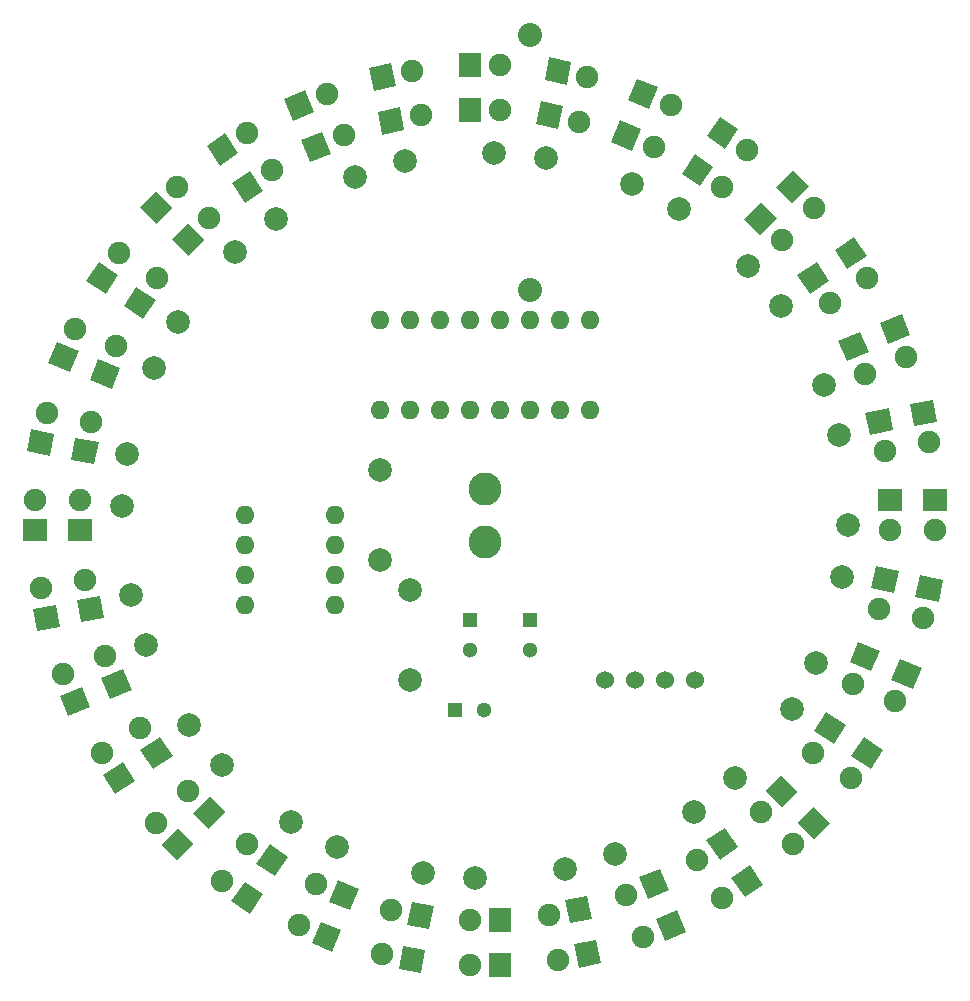
<source format=gbr>
G04 #@! TF.FileFunction,Copper,L1,Top,Signal*
%FSLAX46Y46*%
G04 Gerber Fmt 4.6, Leading zero omitted, Abs format (unit mm)*
G04 Created by KiCad (PCBNEW 4.0.0-rc1-stable) date 4/24/2016 3:59:36 PM*
%MOMM*%
G01*
G04 APERTURE LIST*
%ADD10C,0.100000*%
%ADD11C,1.998980*%
%ADD12C,2.800000*%
%ADD13R,1.900000X2.000000*%
%ADD14C,1.900000*%
%ADD15R,2.000000X1.900000*%
%ADD16O,1.600000X1.600000*%
%ADD17R,1.300000X1.300000*%
%ADD18C,1.300000*%
%ADD19C,1.524000*%
%ADD20C,2.032000*%
G04 APERTURE END LIST*
D10*
D11*
X170128293Y-126684939D03*
X163406486Y-130274050D03*
D12*
X152400000Y-99350000D03*
X152400000Y-103850000D03*
D11*
X143510000Y-97790000D03*
X143510000Y-105410000D03*
X146050000Y-107950000D03*
X146050000Y-115570000D03*
D13*
X153670000Y-139700000D03*
D14*
X151130000Y-139700000D03*
D13*
X153670000Y-135890000D03*
D14*
X151130000Y-135890000D03*
D10*
G36*
X159952397Y-137923721D02*
X161816212Y-137554676D01*
X162204681Y-139516587D01*
X160340866Y-139885632D01*
X159952397Y-137923721D01*
X159952397Y-137923721D01*
G37*
D14*
X158586913Y-139213509D03*
D10*
G36*
X161461386Y-135779796D02*
X159597571Y-136148841D01*
X159209102Y-134186930D01*
X161072917Y-133817885D01*
X161461386Y-135779796D01*
X161461386Y-135779796D01*
G37*
D14*
X157843618Y-135476718D03*
D10*
G36*
X166893197Y-135753472D02*
X168648568Y-135026373D01*
X169413935Y-136874132D01*
X167658564Y-137601231D01*
X166893197Y-135753472D01*
X166893197Y-135753472D01*
G37*
D14*
X165806912Y-137285818D03*
D10*
G36*
X167955911Y-133354151D02*
X166200540Y-134081250D01*
X165435173Y-132233491D01*
X167190544Y-131506392D01*
X167955911Y-133354151D01*
X167955911Y-133354151D01*
G37*
D14*
X164348888Y-133765837D03*
D10*
G36*
X173277991Y-132268566D02*
X174858704Y-131214362D01*
X175968393Y-132878270D01*
X174387680Y-133932474D01*
X173277991Y-132268566D01*
X173277991Y-132268566D01*
G37*
D14*
X172510029Y-133982723D03*
D10*
G36*
X173851671Y-129710371D02*
X172270958Y-130764575D01*
X171161269Y-129100667D01*
X172741982Y-128046463D01*
X173851671Y-129710371D01*
X173851671Y-129710371D01*
G37*
D14*
X170393307Y-130814824D03*
D10*
G36*
X178859936Y-127607388D02*
X180203439Y-126263885D01*
X181617652Y-127678098D01*
X180274149Y-129021601D01*
X178859936Y-127607388D01*
X178859936Y-127607388D01*
G37*
D14*
X178442743Y-129438794D03*
D10*
G36*
X178923575Y-124984021D02*
X177580072Y-126327524D01*
X176165859Y-124913311D01*
X177509362Y-123569808D01*
X178923575Y-124984021D01*
X178923575Y-124984021D01*
G37*
D14*
X175748666Y-126744717D03*
D10*
G36*
X183425101Y-121944399D02*
X184482062Y-120365528D01*
X186144031Y-121478119D01*
X185087070Y-123056990D01*
X183425101Y-121944399D01*
X183425101Y-121944399D01*
G37*
D14*
X183371575Y-123821960D03*
D10*
G36*
X182976132Y-119361397D02*
X181919171Y-120940268D01*
X180257202Y-119827677D01*
X181314163Y-118248806D01*
X182976132Y-119361397D01*
X182976132Y-119361397D01*
G37*
D14*
X180203676Y-121705238D03*
D10*
G36*
X186798389Y-115501914D02*
X187525488Y-113746543D01*
X189373247Y-114511910D01*
X188646148Y-116267281D01*
X186798389Y-115501914D01*
X186798389Y-115501914D01*
G37*
D14*
X187113802Y-117353566D03*
D10*
G36*
X185853266Y-113053886D02*
X185126167Y-114809257D01*
X183278408Y-114043890D01*
X184005507Y-112288519D01*
X185853266Y-113053886D01*
X185853266Y-113053886D01*
G37*
D14*
X183593821Y-115895542D03*
D10*
G36*
X187445655Y-106308412D02*
X187073358Y-108171580D01*
X185112129Y-107779688D01*
X185484426Y-105916520D01*
X187445655Y-106308412D01*
X187445655Y-106308412D01*
G37*
D14*
X185781189Y-109534811D03*
D15*
X190500000Y-100330000D03*
D14*
X190500000Y-102870000D03*
D15*
X186690000Y-100330000D03*
D14*
X186690000Y-102870000D03*
D10*
G36*
X188723721Y-94047603D02*
X188354676Y-92183788D01*
X190316587Y-91795319D01*
X190685632Y-93659134D01*
X188723721Y-94047603D01*
X188723721Y-94047603D01*
G37*
D14*
X190013509Y-95413087D03*
D10*
G36*
X186579796Y-92538614D02*
X186948841Y-94402429D01*
X184986930Y-94790898D01*
X184617885Y-92927083D01*
X186579796Y-92538614D01*
X186579796Y-92538614D01*
G37*
D14*
X186276718Y-96156382D03*
D10*
G36*
X186553472Y-87106803D02*
X185826373Y-85351432D01*
X187674132Y-84586065D01*
X188401231Y-86341436D01*
X186553472Y-87106803D01*
X186553472Y-87106803D01*
G37*
D14*
X188085818Y-88193088D03*
D10*
G36*
X184154151Y-86044089D02*
X184881250Y-87799460D01*
X183033491Y-88564827D01*
X182306392Y-86809456D01*
X184154151Y-86044089D01*
X184154151Y-86044089D01*
G37*
D14*
X184565837Y-89651112D03*
D10*
G36*
X183068566Y-80722009D02*
X182014362Y-79141296D01*
X183678270Y-78031607D01*
X184732474Y-79612320D01*
X183068566Y-80722009D01*
X183068566Y-80722009D01*
G37*
D14*
X184782723Y-81489971D03*
D10*
G36*
X180510371Y-80148329D02*
X181564575Y-81729042D01*
X179900667Y-82838731D01*
X178846463Y-81258018D01*
X180510371Y-80148329D01*
X180510371Y-80148329D01*
G37*
D14*
X181614824Y-83606693D03*
D10*
G36*
X178407388Y-75140064D02*
X177063885Y-73796561D01*
X178478098Y-72382348D01*
X179821601Y-73725851D01*
X178407388Y-75140064D01*
X178407388Y-75140064D01*
G37*
D14*
X180238794Y-75557257D03*
D10*
G36*
X175784021Y-75076425D02*
X177127524Y-76419928D01*
X175713311Y-77834141D01*
X174369808Y-76490638D01*
X175784021Y-75076425D01*
X175784021Y-75076425D01*
G37*
D14*
X177544717Y-78251334D03*
D10*
G36*
X172744399Y-70574899D02*
X171165528Y-69517938D01*
X172278119Y-67855969D01*
X173856990Y-68912930D01*
X172744399Y-70574899D01*
X172744399Y-70574899D01*
G37*
D14*
X174621960Y-70628425D03*
D10*
G36*
X170161397Y-71023868D02*
X171740268Y-72080829D01*
X170627677Y-73742798D01*
X169048806Y-72685837D01*
X170161397Y-71023868D01*
X170161397Y-71023868D01*
G37*
D14*
X172505238Y-73796324D03*
D10*
G36*
X166301914Y-67201611D02*
X164546543Y-66474512D01*
X165311910Y-64626753D01*
X167067281Y-65353852D01*
X166301914Y-67201611D01*
X166301914Y-67201611D01*
G37*
D14*
X168153566Y-66886198D03*
D10*
G36*
X163853886Y-68146734D02*
X165609257Y-68873833D01*
X164843890Y-70721592D01*
X163088519Y-69994493D01*
X163853886Y-68146734D01*
X163853886Y-68146734D01*
G37*
D14*
X166695542Y-70406179D03*
D10*
G36*
X159322982Y-65151079D02*
X157459814Y-64778782D01*
X157851706Y-62817553D01*
X159714874Y-63189850D01*
X159322982Y-65151079D01*
X159322982Y-65151079D01*
G37*
D14*
X161078105Y-64482019D03*
D10*
G36*
X157126830Y-66542934D02*
X158983920Y-66944451D01*
X158561270Y-68899282D01*
X156704180Y-68497765D01*
X157126830Y-66542934D01*
X157126830Y-66542934D01*
G37*
D14*
X160326686Y-68257873D03*
D11*
X159179216Y-131559785D03*
X151595583Y-132303367D03*
X178378397Y-117991137D03*
X173541750Y-123879367D03*
X182673526Y-106801934D03*
X180458375Y-114092854D03*
X182359785Y-94820784D03*
X183103367Y-102404417D03*
X177484939Y-83871707D03*
X181074050Y-90593514D03*
X168791137Y-75621603D03*
X174679367Y-80458250D03*
X157601934Y-71326474D03*
X164892854Y-73541625D03*
D10*
G36*
X188848921Y-108522982D02*
X189221218Y-106659814D01*
X191182447Y-107051706D01*
X190810150Y-108914874D01*
X188848921Y-108522982D01*
X188848921Y-108522982D01*
G37*
D14*
X189517981Y-110278105D03*
D16*
X161290000Y-85090000D03*
X158750000Y-85090000D03*
X156210000Y-85090000D03*
X153670000Y-85090000D03*
X151130000Y-85090000D03*
X148590000Y-85090000D03*
X146050000Y-85090000D03*
X143510000Y-85090000D03*
X143510000Y-92710000D03*
X146050000Y-92710000D03*
X148590000Y-92710000D03*
X151130000Y-92710000D03*
X153670000Y-92710000D03*
X156210000Y-92710000D03*
X158750000Y-92710000D03*
X161290000Y-92710000D03*
D13*
X151130000Y-63500000D03*
D14*
X153670000Y-63500000D03*
D13*
X151130000Y-67310000D03*
D14*
X153670000Y-67310000D03*
D10*
G36*
X144847603Y-65276279D02*
X142983788Y-65645324D01*
X142595319Y-63683413D01*
X144459134Y-63314368D01*
X144847603Y-65276279D01*
X144847603Y-65276279D01*
G37*
D14*
X146213087Y-63986491D03*
D10*
G36*
X143338614Y-67420204D02*
X145202429Y-67051159D01*
X145590898Y-69013070D01*
X143727083Y-69382115D01*
X143338614Y-67420204D01*
X143338614Y-67420204D01*
G37*
D14*
X146956382Y-67723282D03*
D10*
G36*
X137906803Y-67446528D02*
X136151432Y-68173627D01*
X135386065Y-66325868D01*
X137141436Y-65598769D01*
X137906803Y-67446528D01*
X137906803Y-67446528D01*
G37*
D14*
X138993088Y-65914182D03*
D10*
G36*
X136844089Y-69845849D02*
X138599460Y-69118750D01*
X139364827Y-70966509D01*
X137609456Y-71693608D01*
X136844089Y-69845849D01*
X136844089Y-69845849D01*
G37*
D14*
X140451112Y-69434163D03*
D10*
G36*
X131522009Y-70931434D02*
X129941296Y-71985638D01*
X128831607Y-70321730D01*
X130412320Y-69267526D01*
X131522009Y-70931434D01*
X131522009Y-70931434D01*
G37*
D14*
X132289971Y-69217277D03*
D10*
G36*
X130948329Y-73489629D02*
X132529042Y-72435425D01*
X133638731Y-74099333D01*
X132058018Y-75153537D01*
X130948329Y-73489629D01*
X130948329Y-73489629D01*
G37*
D14*
X134406693Y-72385176D03*
D10*
G36*
X125940064Y-75592612D02*
X124596561Y-76936115D01*
X123182348Y-75521902D01*
X124525851Y-74178399D01*
X125940064Y-75592612D01*
X125940064Y-75592612D01*
G37*
D14*
X126357257Y-73761206D03*
D10*
G36*
X125876425Y-78215979D02*
X127219928Y-76872476D01*
X128634141Y-78286689D01*
X127290638Y-79630192D01*
X125876425Y-78215979D01*
X125876425Y-78215979D01*
G37*
D14*
X129051334Y-76455283D03*
D10*
G36*
X121374899Y-81255601D02*
X120317938Y-82834472D01*
X118655969Y-81721881D01*
X119712930Y-80143010D01*
X121374899Y-81255601D01*
X121374899Y-81255601D01*
G37*
D14*
X121428425Y-79378040D03*
D10*
G36*
X121823868Y-83838603D02*
X122880829Y-82259732D01*
X124542798Y-83372323D01*
X123485837Y-84951194D01*
X121823868Y-83838603D01*
X121823868Y-83838603D01*
G37*
D14*
X124596324Y-81494762D03*
D10*
G36*
X118001611Y-87698086D02*
X117274512Y-89453457D01*
X115426753Y-88688090D01*
X116153852Y-86932719D01*
X118001611Y-87698086D01*
X118001611Y-87698086D01*
G37*
D14*
X117686198Y-85846434D03*
D10*
G36*
X118946734Y-90146114D02*
X119673833Y-88390743D01*
X121521592Y-89156110D01*
X120794493Y-90911481D01*
X118946734Y-90146114D01*
X118946734Y-90146114D01*
G37*
D14*
X121206179Y-87304458D03*
D10*
G36*
X115951079Y-94677018D02*
X115578782Y-96540186D01*
X113617553Y-96148294D01*
X113989850Y-94285126D01*
X115951079Y-94677018D01*
X115951079Y-94677018D01*
G37*
D14*
X115282019Y-92921895D03*
D10*
G36*
X117354345Y-96891588D02*
X117726642Y-95028420D01*
X119687871Y-95420312D01*
X119315574Y-97283480D01*
X117354345Y-96891588D01*
X117354345Y-96891588D01*
G37*
D14*
X119018811Y-93665189D03*
D15*
X114300000Y-102870000D03*
D14*
X114300000Y-100330000D03*
D15*
X118110000Y-102870000D03*
D14*
X118110000Y-100330000D03*
D10*
G36*
X116076279Y-109152397D02*
X116445324Y-111016212D01*
X114483413Y-111404681D01*
X114114368Y-109540866D01*
X116076279Y-109152397D01*
X116076279Y-109152397D01*
G37*
D14*
X114786491Y-107786913D03*
D10*
G36*
X118220204Y-110661386D02*
X117851159Y-108797571D01*
X119813070Y-108409102D01*
X120182115Y-110272917D01*
X118220204Y-110661386D01*
X118220204Y-110661386D01*
G37*
D14*
X118523282Y-107043618D03*
D10*
G36*
X118246528Y-116093197D02*
X118973627Y-117848568D01*
X117125868Y-118613935D01*
X116398769Y-116858564D01*
X118246528Y-116093197D01*
X118246528Y-116093197D01*
G37*
D14*
X116714182Y-115006912D03*
D10*
G36*
X120645849Y-117155911D02*
X119918750Y-115400540D01*
X121766509Y-114635173D01*
X122493608Y-116390544D01*
X120645849Y-117155911D01*
X120645849Y-117155911D01*
G37*
D14*
X120234163Y-113548888D03*
D10*
G36*
X121731434Y-122477991D02*
X122785638Y-124058704D01*
X121121730Y-125168393D01*
X120067526Y-123587680D01*
X121731434Y-122477991D01*
X121731434Y-122477991D01*
G37*
D14*
X120017277Y-121710029D03*
D10*
G36*
X124289629Y-123051671D02*
X123235425Y-121470958D01*
X124899333Y-120361269D01*
X125953537Y-121941982D01*
X124289629Y-123051671D01*
X124289629Y-123051671D01*
G37*
D14*
X123185176Y-119593307D03*
D10*
G36*
X126392612Y-128059936D02*
X127736115Y-129403439D01*
X126321902Y-130817652D01*
X124978399Y-129474149D01*
X126392612Y-128059936D01*
X126392612Y-128059936D01*
G37*
D14*
X124561206Y-127642743D03*
D10*
G36*
X129015979Y-128123575D02*
X127672476Y-126780072D01*
X129086689Y-125365859D01*
X130430192Y-126709362D01*
X129015979Y-128123575D01*
X129015979Y-128123575D01*
G37*
D14*
X127255283Y-124948666D03*
D10*
G36*
X132055601Y-132625101D02*
X133634472Y-133682062D01*
X132521881Y-135344031D01*
X130943010Y-134287070D01*
X132055601Y-132625101D01*
X132055601Y-132625101D01*
G37*
D14*
X130178040Y-132571575D03*
D10*
G36*
X134638603Y-132176132D02*
X133059732Y-131119171D01*
X134172323Y-129457202D01*
X135751194Y-130514163D01*
X134638603Y-132176132D01*
X134638603Y-132176132D01*
G37*
D14*
X132294762Y-129403676D03*
D10*
G36*
X138498086Y-135998389D02*
X140253457Y-136725488D01*
X139488090Y-138573247D01*
X137732719Y-137846148D01*
X138498086Y-135998389D01*
X138498086Y-135998389D01*
G37*
D14*
X136646434Y-136313802D03*
D10*
G36*
X140946114Y-135053266D02*
X139190743Y-134326167D01*
X139956110Y-132478408D01*
X141711481Y-133205507D01*
X140946114Y-135053266D01*
X140946114Y-135053266D01*
G37*
D14*
X138104458Y-132793821D03*
D10*
G36*
X145477018Y-138048921D02*
X147340186Y-138421218D01*
X146948294Y-140382447D01*
X145085126Y-140010150D01*
X145477018Y-138048921D01*
X145477018Y-138048921D01*
G37*
D14*
X143721895Y-138717981D03*
D10*
G36*
X147691588Y-136645655D02*
X145828420Y-136273358D01*
X146220312Y-134312129D01*
X148083480Y-134684426D01*
X147691588Y-136645655D01*
X147691588Y-136645655D01*
G37*
D14*
X144465189Y-134981189D03*
D11*
X145620784Y-71640215D03*
X153204417Y-70896633D03*
X134671707Y-76515061D03*
X141393514Y-72925950D03*
X126421603Y-85208863D03*
X131258250Y-79320633D03*
X122126474Y-96398066D03*
X124341625Y-89107146D03*
X122440215Y-108379216D03*
X121696633Y-100795583D03*
X127315061Y-119328293D03*
X123725950Y-112606486D03*
X136008863Y-127578397D03*
X130120633Y-122741750D03*
X147198066Y-131873526D03*
X139907146Y-129658375D03*
D17*
X156210000Y-110490000D03*
D18*
X156210000Y-112990000D03*
D17*
X151130000Y-110490000D03*
D18*
X151130000Y-112990000D03*
D17*
X149860000Y-118110000D03*
D18*
X152360000Y-118110000D03*
D19*
X162560000Y-115570000D03*
X165100000Y-115570000D03*
X167640000Y-115570000D03*
X170180000Y-115570000D03*
D16*
X132080000Y-101600000D03*
X132080000Y-104140000D03*
X132080000Y-106680000D03*
X132080000Y-109220000D03*
X139700000Y-109220000D03*
X139700000Y-106680000D03*
X139700000Y-104140000D03*
X139700000Y-101600000D03*
D20*
X156210000Y-60960000D03*
X156210000Y-82550000D03*
M02*

</source>
